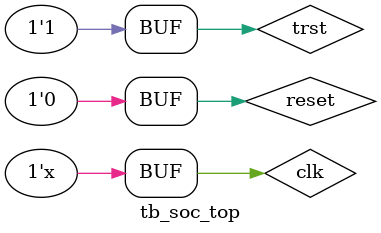
<source format=v>
`timescale 1ns/10ps
module tb_soc_top(
`ifdef VERILATOR_SIM 
    	input clk,reset,trst

);
`else
);
reg clk,reset,trst;
`endif	

	  initial begin
		 $display("==============");
		 $display("SoC Terminal");
		 $display("==============");
		 `ifndef VERILATOR_SIM 
		 clk = 0;
		 trst = 0;
		 reset = 1'b1; #100 reset = 1'b0; trst = 1'b1;
		 `endif
	  end
	  
	 
wire [14:0] address_a_sig;
wire [14:0] address_b_sig;
wire [3:0] byteena_a_sig;
wire [3:0] byteena_b_sig;
wire  clock_a_sig;
wire  clock_b_sig;
wire [31:0] data_a_sig;
wire [31:0] data_b_sig;
wire  enable_a_sig;
wire  enable_b_sig;
wire  wren_a_sig;
wire  wren_b_sig;
wire [31:0] q_a_sig;
wire [31:0] q_b_sig;
wire	[31:0]  q_boot_sig;


wire tms,tck,tdi,tdo;
`ifdef JTAG_DPI
SimJTAG SimJTAG_inst
(

	.clock(clk),
	.reset(reset),

	.enable(1'b1),
	.init_done(1'b1),

	.jtag_TCK(tck),
	.jtag_TMS(tms),
	.jtag_TDI(tdi),
	.jtag_TRSTn(),
	.srstn(),

	.jtag_TDO_data(tdo),
	.jtag_TDO_driven(1'b1)
);
`endif

mem mem_inst
(
	.address_a(address_a_sig) ,	// input [14:0] address_a_sig
	.address_b(address_b_sig) ,	// input [14:0] address_b_sig
	.byteena_a(byteena_a_sig) ,	// input [3:0] byteena_a_sig
	.byteena_b(byteena_b_sig) ,	// input [3:0] byteena_b_sig
	.clock_a(clock_a_sig) ,	// input  clock_a_sig
	.clock_b(clock_b_sig) ,	// input  clock_b_sig
	.data_a(data_a_sig) ,	// input [31:0] data_a_sig
	.data_b(data_b_sig) ,	// input [31:0] data_b_sig
	.enable_a(enable_a_sig) ,	// input  enable_a_sig
	.enable_b(enable_b_sig) ,	// input  enable_b_sig
	.wren_a(wren_a_sig) ,	// input  wren_a_sig
	.wren_b(wren_b_sig) ,	// input  wren_b_sig
	.q_a(q_a_sig) ,	// output [31:0] q_a_sig
	.q_b(q_b_sig) 	// output [31:0] q_b_sig
);

arm_boot arm_boot_inst (

	.Q(q_boot_sig),
	.CLK(clock_a_sig),
	.CEN(~enable_a_sig),
	.A(address_a_sig),
	.EMA(0)
);


 wire  tx, rx;
soc_top soc_top_inst
	(
		.clk_i(clk) ,	// input  clk_i_sig
		.reset_i(reset) ,	// input  reset_i_sig
		//imem
		.address_a_o(address_a_sig) ,	// output [14:0] address_a_sig
		.address_b_o(address_b_sig) ,	// output [14:0] address_b_sig
		.byteena_a_o(byteena_a_sig) ,	// output [3:0] byteena_a_sig
		.byteena_b_o(byteena_b_sig) ,	// output [3:0] byteena_b_sig
		.clock_a_o(clock_a_sig) ,	// output  clock_a_sig
		.clock_b_o(clock_b_sig) ,	// output  clock_b_sig
		.data_a_o(data_a_sig) ,	// output [31:0] data_a_sig
		.data_b_o(data_b_sig) ,	// output [31:0] data_b_sig
		.enable_a_o(enable_a_sig) ,	// output  enable_a_sig
		.enable_b_o(enable_b_sig) ,	// output  enable_b_sig
		.wren_a_o(wren_a_sig) ,	// output  wren_a_sig
		.wren_b_o(wren_b_sig) ,	// output  wren_b_sig
		.q_a_i(q_a_sig) ,	// input [31:0] q_a_sig
		.q_b_i(q_b_sig) ,	// input [31:0] q_b_sig
    	.q_boot_i(q_boot_sig),

		//uart
		.tx_o(tx) ,	// output  tx_sig
		.rx_i(rx) ,	// input  rx_sig
		// spi
		.mosi_o        (),
		.miso_i        (),
		.SCK_o         (),
		.slave_select_o(),
		//i2c
		.scl_pad_i(),
		.scl_pad_o(),
		.scl_padoen_o(),
		.sda_pad_i(),
		.sda_pad_o(),
		.sda_padoen_o(),
		//gpio
		.gpio_oen(),
		.gpio_o(),
		.gpio_i(),
		//pwm
		
		.pwm1_h_o       ( ),
		.pwm1_l_o       ( ),
		.pwm2_h_o		( ),
		.pwm2_l_o		( ),

		// jtag
		.tck_i(tck) ,	// input  TCK_sig
		.tms_i(tms) ,	// input  TMS_sig
		.tdi_i(tdi) ,	// input  TDI_sig
		.tdo_o(tdo)	// output  TDO_sig
		
	);


  uartdpi #(
    .BAUD(115200), 
    .FREQ(50000000)
  )
  u_uart(
    .clk(clk),
    .rst(reset),
    .rx(tx),
    .tx(rx)
  );

`ifndef VERILATOR_SIM 
	always begin 
		 #10 clk = !clk;
	end 
`endif
	  
endmodule 

</source>
